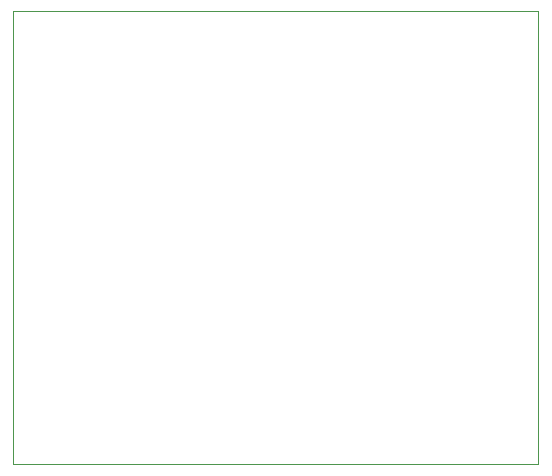
<source format=gbr>
G04 #@! TF.GenerationSoftware,KiCad,Pcbnew,(5.1.5)-2*
G04 #@! TF.CreationDate,2019-12-11T20:36:43+08:00*
G04 #@! TF.ProjectId,kicad,6b696361-642e-46b6-9963-61645f706362,rev?*
G04 #@! TF.SameCoordinates,Original*
G04 #@! TF.FileFunction,Profile,NP*
%FSLAX46Y46*%
G04 Gerber Fmt 4.6, Leading zero omitted, Abs format (unit mm)*
G04 Created by KiCad (PCBNEW (5.1.5)-2) date 2019-12-11 20:36:43*
%MOMM*%
%LPD*%
G04 APERTURE LIST*
%ADD10C,0.050000*%
G04 APERTURE END LIST*
D10*
X166751000Y-122174000D02*
X122301000Y-122174000D01*
X122301000Y-83820000D02*
X122301000Y-122174000D01*
X166751000Y-83820000D02*
X166751000Y-122174000D01*
X122301000Y-83820000D02*
X166751000Y-83820000D01*
M02*

</source>
